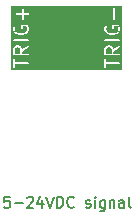
<source format=gbr>
%TF.GenerationSoftware,KiCad,Pcbnew,8.0.7*%
%TF.CreationDate,2025-01-02T16:21:02-05:00*%
%TF.ProjectId,panel1,70616e65-6c31-42e6-9b69-6361645f7063,rev?*%
%TF.SameCoordinates,Original*%
%TF.FileFunction,Legend,Top*%
%TF.FilePolarity,Positive*%
%FSLAX46Y46*%
G04 Gerber Fmt 4.6, Leading zero omitted, Abs format (unit mm)*
G04 Created by KiCad (PCBNEW 8.0.7) date 2025-01-02 16:21:02*
%MOMM*%
%LPD*%
G01*
G04 APERTURE LIST*
%ADD10C,0.130000*%
%ADD11C,0.150000*%
G04 APERTURE END LIST*
D10*
X163485562Y-82236364D02*
X163056990Y-82236364D01*
X163056990Y-82236364D02*
X163014133Y-82664935D01*
X163014133Y-82664935D02*
X163056990Y-82622078D01*
X163056990Y-82622078D02*
X163142705Y-82579221D01*
X163142705Y-82579221D02*
X163356990Y-82579221D01*
X163356990Y-82579221D02*
X163442705Y-82622078D01*
X163442705Y-82622078D02*
X163485562Y-82664935D01*
X163485562Y-82664935D02*
X163528419Y-82750649D01*
X163528419Y-82750649D02*
X163528419Y-82964935D01*
X163528419Y-82964935D02*
X163485562Y-83050649D01*
X163485562Y-83050649D02*
X163442705Y-83093507D01*
X163442705Y-83093507D02*
X163356990Y-83136364D01*
X163356990Y-83136364D02*
X163142705Y-83136364D01*
X163142705Y-83136364D02*
X163056990Y-83093507D01*
X163056990Y-83093507D02*
X163014133Y-83050649D01*
X163914133Y-82793507D02*
X164599848Y-82793507D01*
X164985562Y-82322078D02*
X165028419Y-82279221D01*
X165028419Y-82279221D02*
X165114134Y-82236364D01*
X165114134Y-82236364D02*
X165328419Y-82236364D01*
X165328419Y-82236364D02*
X165414134Y-82279221D01*
X165414134Y-82279221D02*
X165456991Y-82322078D01*
X165456991Y-82322078D02*
X165499848Y-82407792D01*
X165499848Y-82407792D02*
X165499848Y-82493507D01*
X165499848Y-82493507D02*
X165456991Y-82622078D01*
X165456991Y-82622078D02*
X164942705Y-83136364D01*
X164942705Y-83136364D02*
X165499848Y-83136364D01*
X166271277Y-82536364D02*
X166271277Y-83136364D01*
X166056991Y-82193507D02*
X165842705Y-82836364D01*
X165842705Y-82836364D02*
X166399848Y-82836364D01*
X166614134Y-82236364D02*
X166914134Y-83136364D01*
X166914134Y-83136364D02*
X167214134Y-82236364D01*
X167514134Y-83136364D02*
X167514134Y-82236364D01*
X167514134Y-82236364D02*
X167728420Y-82236364D01*
X167728420Y-82236364D02*
X167856991Y-82279221D01*
X167856991Y-82279221D02*
X167942706Y-82364935D01*
X167942706Y-82364935D02*
X167985563Y-82450649D01*
X167985563Y-82450649D02*
X168028420Y-82622078D01*
X168028420Y-82622078D02*
X168028420Y-82750649D01*
X168028420Y-82750649D02*
X167985563Y-82922078D01*
X167985563Y-82922078D02*
X167942706Y-83007792D01*
X167942706Y-83007792D02*
X167856991Y-83093507D01*
X167856991Y-83093507D02*
X167728420Y-83136364D01*
X167728420Y-83136364D02*
X167514134Y-83136364D01*
X168928420Y-83050649D02*
X168885563Y-83093507D01*
X168885563Y-83093507D02*
X168756991Y-83136364D01*
X168756991Y-83136364D02*
X168671277Y-83136364D01*
X168671277Y-83136364D02*
X168542706Y-83093507D01*
X168542706Y-83093507D02*
X168456991Y-83007792D01*
X168456991Y-83007792D02*
X168414134Y-82922078D01*
X168414134Y-82922078D02*
X168371277Y-82750649D01*
X168371277Y-82750649D02*
X168371277Y-82622078D01*
X168371277Y-82622078D02*
X168414134Y-82450649D01*
X168414134Y-82450649D02*
X168456991Y-82364935D01*
X168456991Y-82364935D02*
X168542706Y-82279221D01*
X168542706Y-82279221D02*
X168671277Y-82236364D01*
X168671277Y-82236364D02*
X168756991Y-82236364D01*
X168756991Y-82236364D02*
X168885563Y-82279221D01*
X168885563Y-82279221D02*
X168928420Y-82322078D01*
X169956991Y-83093507D02*
X170042705Y-83136364D01*
X170042705Y-83136364D02*
X170214134Y-83136364D01*
X170214134Y-83136364D02*
X170299848Y-83093507D01*
X170299848Y-83093507D02*
X170342705Y-83007792D01*
X170342705Y-83007792D02*
X170342705Y-82964935D01*
X170342705Y-82964935D02*
X170299848Y-82879221D01*
X170299848Y-82879221D02*
X170214134Y-82836364D01*
X170214134Y-82836364D02*
X170085563Y-82836364D01*
X170085563Y-82836364D02*
X169999848Y-82793507D01*
X169999848Y-82793507D02*
X169956991Y-82707792D01*
X169956991Y-82707792D02*
X169956991Y-82664935D01*
X169956991Y-82664935D02*
X169999848Y-82579221D01*
X169999848Y-82579221D02*
X170085563Y-82536364D01*
X170085563Y-82536364D02*
X170214134Y-82536364D01*
X170214134Y-82536364D02*
X170299848Y-82579221D01*
X170728419Y-83136364D02*
X170728419Y-82536364D01*
X170728419Y-82236364D02*
X170685562Y-82279221D01*
X170685562Y-82279221D02*
X170728419Y-82322078D01*
X170728419Y-82322078D02*
X170771276Y-82279221D01*
X170771276Y-82279221D02*
X170728419Y-82236364D01*
X170728419Y-82236364D02*
X170728419Y-82322078D01*
X171542705Y-82536364D02*
X171542705Y-83264935D01*
X171542705Y-83264935D02*
X171499847Y-83350649D01*
X171499847Y-83350649D02*
X171456990Y-83393507D01*
X171456990Y-83393507D02*
X171371276Y-83436364D01*
X171371276Y-83436364D02*
X171242705Y-83436364D01*
X171242705Y-83436364D02*
X171156990Y-83393507D01*
X171542705Y-83093507D02*
X171456990Y-83136364D01*
X171456990Y-83136364D02*
X171285562Y-83136364D01*
X171285562Y-83136364D02*
X171199847Y-83093507D01*
X171199847Y-83093507D02*
X171156990Y-83050649D01*
X171156990Y-83050649D02*
X171114133Y-82964935D01*
X171114133Y-82964935D02*
X171114133Y-82707792D01*
X171114133Y-82707792D02*
X171156990Y-82622078D01*
X171156990Y-82622078D02*
X171199847Y-82579221D01*
X171199847Y-82579221D02*
X171285562Y-82536364D01*
X171285562Y-82536364D02*
X171456990Y-82536364D01*
X171456990Y-82536364D02*
X171542705Y-82579221D01*
X171971276Y-82536364D02*
X171971276Y-83136364D01*
X171971276Y-82622078D02*
X172014133Y-82579221D01*
X172014133Y-82579221D02*
X172099848Y-82536364D01*
X172099848Y-82536364D02*
X172228419Y-82536364D01*
X172228419Y-82536364D02*
X172314133Y-82579221D01*
X172314133Y-82579221D02*
X172356991Y-82664935D01*
X172356991Y-82664935D02*
X172356991Y-83136364D01*
X173171277Y-83136364D02*
X173171277Y-82664935D01*
X173171277Y-82664935D02*
X173128419Y-82579221D01*
X173128419Y-82579221D02*
X173042705Y-82536364D01*
X173042705Y-82536364D02*
X172871277Y-82536364D01*
X172871277Y-82536364D02*
X172785562Y-82579221D01*
X173171277Y-83093507D02*
X173085562Y-83136364D01*
X173085562Y-83136364D02*
X172871277Y-83136364D01*
X172871277Y-83136364D02*
X172785562Y-83093507D01*
X172785562Y-83093507D02*
X172742705Y-83007792D01*
X172742705Y-83007792D02*
X172742705Y-82922078D01*
X172742705Y-82922078D02*
X172785562Y-82836364D01*
X172785562Y-82836364D02*
X172871277Y-82793507D01*
X172871277Y-82793507D02*
X173085562Y-82793507D01*
X173085562Y-82793507D02*
X173171277Y-82750649D01*
X173728420Y-83136364D02*
X173642705Y-83093507D01*
X173642705Y-83093507D02*
X173599848Y-83007792D01*
X173599848Y-83007792D02*
X173599848Y-82236364D01*
D11*
G36*
X164320434Y-69611150D02*
G01*
X164360365Y-69651081D01*
X164404147Y-69738644D01*
X164404147Y-70103082D01*
X163925575Y-70103082D01*
X163925575Y-69738644D01*
X163969356Y-69651081D01*
X164009288Y-69611150D01*
X164096852Y-69567368D01*
X164232870Y-69567368D01*
X164320434Y-69611150D01*
G37*
G36*
X172048162Y-69611150D02*
G01*
X172088093Y-69651081D01*
X172131875Y-69738644D01*
X172131875Y-70103082D01*
X171653303Y-70103082D01*
X171653303Y-69738644D01*
X171697084Y-69651081D01*
X171737016Y-69611150D01*
X171824580Y-69567368D01*
X171960598Y-69567368D01*
X172048162Y-69611150D01*
G37*
G36*
X172986636Y-71470689D02*
G01*
X163642242Y-71470689D01*
X163642242Y-70578083D01*
X163775575Y-70578083D01*
X163775575Y-71263797D01*
X163777016Y-71278429D01*
X163788215Y-71305465D01*
X163808907Y-71326157D01*
X163835943Y-71337356D01*
X163865207Y-71337356D01*
X163892243Y-71326157D01*
X163912935Y-71305465D01*
X163924134Y-71278429D01*
X163925575Y-71263797D01*
X163925575Y-70995940D01*
X165050575Y-70995940D01*
X165065207Y-70994499D01*
X165092243Y-70983300D01*
X165112935Y-70962608D01*
X165124134Y-70935572D01*
X165124134Y-70906308D01*
X165112935Y-70879272D01*
X165092243Y-70858580D01*
X165065207Y-70847381D01*
X165050575Y-70845940D01*
X163925575Y-70845940D01*
X163925575Y-70578083D01*
X171503303Y-70578083D01*
X171503303Y-71263797D01*
X171504744Y-71278429D01*
X171515943Y-71305465D01*
X171536635Y-71326157D01*
X171563671Y-71337356D01*
X171592935Y-71337356D01*
X171619971Y-71326157D01*
X171640663Y-71305465D01*
X171651862Y-71278429D01*
X171653303Y-71263797D01*
X171653303Y-70995940D01*
X172778303Y-70995940D01*
X172792935Y-70994499D01*
X172819971Y-70983300D01*
X172840663Y-70962608D01*
X172851862Y-70935572D01*
X172851862Y-70906308D01*
X172840663Y-70879272D01*
X172819971Y-70858580D01*
X172792935Y-70847381D01*
X172778303Y-70845940D01*
X171653303Y-70845940D01*
X171653303Y-70578083D01*
X171651862Y-70563451D01*
X171640663Y-70536415D01*
X171619971Y-70515723D01*
X171592935Y-70504524D01*
X171563671Y-70504524D01*
X171536635Y-70515723D01*
X171515943Y-70536415D01*
X171504744Y-70563451D01*
X171503303Y-70578083D01*
X163925575Y-70578083D01*
X163924134Y-70563451D01*
X163912935Y-70536415D01*
X163892243Y-70515723D01*
X163865207Y-70504524D01*
X163835943Y-70504524D01*
X163808907Y-70515723D01*
X163788215Y-70536415D01*
X163777016Y-70563451D01*
X163775575Y-70578083D01*
X163642242Y-70578083D01*
X163642242Y-69720939D01*
X163775575Y-69720939D01*
X163775575Y-70178082D01*
X163777016Y-70192714D01*
X163788215Y-70219750D01*
X163808907Y-70240442D01*
X163835943Y-70251641D01*
X163850575Y-70253082D01*
X165050575Y-70253082D01*
X165065207Y-70251641D01*
X165092243Y-70240442D01*
X165112935Y-70219750D01*
X165124134Y-70192714D01*
X165124134Y-70163450D01*
X165112935Y-70136414D01*
X165092243Y-70115722D01*
X165065207Y-70104523D01*
X165050575Y-70103082D01*
X164554147Y-70103082D01*
X164554147Y-69931416D01*
X164854829Y-69720939D01*
X171503303Y-69720939D01*
X171503303Y-70178082D01*
X171504744Y-70192714D01*
X171515943Y-70219750D01*
X171536635Y-70240442D01*
X171563671Y-70251641D01*
X171578303Y-70253082D01*
X172778303Y-70253082D01*
X172792935Y-70251641D01*
X172819971Y-70240442D01*
X172840663Y-70219750D01*
X172851862Y-70192714D01*
X172851862Y-70163450D01*
X172840663Y-70136414D01*
X172819971Y-70115722D01*
X172792935Y-70104523D01*
X172778303Y-70103082D01*
X172281875Y-70103082D01*
X172281875Y-69931416D01*
X172821313Y-69553810D01*
X172832473Y-69544239D01*
X172848200Y-69519560D01*
X172853285Y-69490743D01*
X172846956Y-69462172D01*
X172830174Y-69438198D01*
X172805495Y-69422471D01*
X172776678Y-69417386D01*
X172748107Y-69423715D01*
X172735293Y-69430926D01*
X172281875Y-69748318D01*
X172281875Y-69720939D01*
X172280434Y-69706307D01*
X172279402Y-69703817D01*
X172279212Y-69701130D01*
X172273957Y-69687398D01*
X172216814Y-69573113D01*
X172212850Y-69566816D01*
X172212092Y-69564986D01*
X172210400Y-69562924D01*
X172208981Y-69560670D01*
X172207485Y-69559373D01*
X172202765Y-69553621D01*
X172145622Y-69496478D01*
X172139870Y-69491757D01*
X172138573Y-69490262D01*
X172136318Y-69488842D01*
X172134257Y-69487151D01*
X172132426Y-69486392D01*
X172126130Y-69482429D01*
X172011844Y-69425286D01*
X171998112Y-69420031D01*
X171995424Y-69419840D01*
X171992935Y-69418809D01*
X171978303Y-69417368D01*
X171806875Y-69417368D01*
X171792243Y-69418809D01*
X171789753Y-69419840D01*
X171787066Y-69420031D01*
X171773334Y-69425286D01*
X171659048Y-69482429D01*
X171652748Y-69486393D01*
X171650921Y-69487151D01*
X171648864Y-69488839D01*
X171646605Y-69490261D01*
X171645305Y-69491759D01*
X171639556Y-69496478D01*
X171582413Y-69553621D01*
X171577692Y-69559372D01*
X171576197Y-69560670D01*
X171574777Y-69562924D01*
X171573086Y-69564986D01*
X171572327Y-69566816D01*
X171568364Y-69573113D01*
X171511221Y-69687398D01*
X171505966Y-69701129D01*
X171505774Y-69703818D01*
X171504744Y-69706307D01*
X171503303Y-69720939D01*
X164854829Y-69720939D01*
X165093585Y-69553810D01*
X165104745Y-69544239D01*
X165120472Y-69519560D01*
X165125557Y-69490743D01*
X165119228Y-69462172D01*
X165102446Y-69438198D01*
X165077767Y-69422471D01*
X165048950Y-69417386D01*
X165020379Y-69423715D01*
X165007565Y-69430926D01*
X164554147Y-69748318D01*
X164554147Y-69720939D01*
X164552706Y-69706307D01*
X164551674Y-69703817D01*
X164551484Y-69701130D01*
X164546229Y-69687398D01*
X164489086Y-69573113D01*
X164485122Y-69566816D01*
X164484364Y-69564986D01*
X164482672Y-69562924D01*
X164481253Y-69560670D01*
X164479757Y-69559373D01*
X164475037Y-69553621D01*
X164417894Y-69496478D01*
X164412142Y-69491757D01*
X164410845Y-69490262D01*
X164408590Y-69488842D01*
X164406529Y-69487151D01*
X164404698Y-69486392D01*
X164398402Y-69482429D01*
X164284116Y-69425286D01*
X164270384Y-69420031D01*
X164267696Y-69419840D01*
X164265207Y-69418809D01*
X164250575Y-69417368D01*
X164079147Y-69417368D01*
X164064515Y-69418809D01*
X164062025Y-69419840D01*
X164059338Y-69420031D01*
X164045606Y-69425286D01*
X163931320Y-69482429D01*
X163925020Y-69486393D01*
X163923193Y-69487151D01*
X163921136Y-69488839D01*
X163918877Y-69490261D01*
X163917577Y-69491759D01*
X163911828Y-69496478D01*
X163854685Y-69553621D01*
X163849964Y-69559372D01*
X163848469Y-69560670D01*
X163847049Y-69562924D01*
X163845358Y-69564986D01*
X163844599Y-69566816D01*
X163840636Y-69573113D01*
X163783493Y-69687398D01*
X163778238Y-69701129D01*
X163778046Y-69703818D01*
X163777016Y-69706307D01*
X163775575Y-69720939D01*
X163642242Y-69720939D01*
X163642242Y-68963450D01*
X163777016Y-68963450D01*
X163777016Y-68992714D01*
X163788215Y-69019750D01*
X163808907Y-69040442D01*
X163835943Y-69051641D01*
X163850575Y-69053082D01*
X165050575Y-69053082D01*
X165065207Y-69051641D01*
X165092243Y-69040442D01*
X165112935Y-69019750D01*
X165124134Y-68992714D01*
X165124134Y-68963450D01*
X171504744Y-68963450D01*
X171504744Y-68992714D01*
X171515943Y-69019750D01*
X171536635Y-69040442D01*
X171563671Y-69051641D01*
X171578303Y-69053082D01*
X172778303Y-69053082D01*
X172792935Y-69051641D01*
X172819971Y-69040442D01*
X172840663Y-69019750D01*
X172851862Y-68992714D01*
X172851862Y-68963450D01*
X172840663Y-68936414D01*
X172819971Y-68915722D01*
X172792935Y-68904523D01*
X172778303Y-68903082D01*
X171578303Y-68903082D01*
X171563671Y-68904523D01*
X171536635Y-68915722D01*
X171515943Y-68936414D01*
X171504744Y-68963450D01*
X165124134Y-68963450D01*
X165112935Y-68936414D01*
X165092243Y-68915722D01*
X165065207Y-68904523D01*
X165050575Y-68903082D01*
X163850575Y-68903082D01*
X163835943Y-68904523D01*
X163808907Y-68915722D01*
X163788215Y-68936414D01*
X163777016Y-68963450D01*
X163642242Y-68963450D01*
X163642242Y-67892368D01*
X163775575Y-67892368D01*
X163775575Y-68063796D01*
X163776304Y-68071201D01*
X163776164Y-68073176D01*
X163776754Y-68075773D01*
X163777016Y-68078428D01*
X163777774Y-68080259D01*
X163779424Y-68087513D01*
X163836567Y-68258942D01*
X163842561Y-68272368D01*
X163844327Y-68274404D01*
X163845358Y-68276893D01*
X163854685Y-68288258D01*
X163968971Y-68402543D01*
X163974720Y-68407261D01*
X163976020Y-68408760D01*
X163978278Y-68410181D01*
X163980337Y-68411871D01*
X163982166Y-68412628D01*
X163988463Y-68416592D01*
X164102749Y-68473735D01*
X164103818Y-68474144D01*
X164104254Y-68474467D01*
X164110399Y-68476662D01*
X164116481Y-68478990D01*
X164117020Y-68479028D01*
X164118100Y-68479414D01*
X164346671Y-68536557D01*
X164349208Y-68536932D01*
X164350229Y-68537355D01*
X164355731Y-68537896D01*
X164361216Y-68538708D01*
X164362311Y-68538544D01*
X164364861Y-68538796D01*
X164536290Y-68538796D01*
X164538843Y-68538544D01*
X164539936Y-68538707D01*
X164545409Y-68537897D01*
X164550922Y-68537355D01*
X164551943Y-68536932D01*
X164554480Y-68536557D01*
X164783052Y-68479414D01*
X164784131Y-68479028D01*
X164784670Y-68478990D01*
X164790745Y-68476665D01*
X164796897Y-68474467D01*
X164797332Y-68474144D01*
X164798402Y-68473735D01*
X164912688Y-68416592D01*
X164918982Y-68412629D01*
X164920814Y-68411871D01*
X164922876Y-68410177D01*
X164925131Y-68408759D01*
X164926427Y-68407263D01*
X164932180Y-68402543D01*
X165046466Y-68288258D01*
X165055793Y-68276893D01*
X165056824Y-68274402D01*
X165058590Y-68272367D01*
X165064584Y-68258942D01*
X165121726Y-68087512D01*
X165123375Y-68080260D01*
X165124134Y-68078428D01*
X165124395Y-68075772D01*
X165124986Y-68073176D01*
X165124845Y-68071201D01*
X165125575Y-68063796D01*
X165125575Y-67949510D01*
X165124845Y-67942104D01*
X165124986Y-67940130D01*
X165124395Y-67937532D01*
X165124134Y-67934878D01*
X165123375Y-67933046D01*
X165121726Y-67925793D01*
X165110584Y-67892368D01*
X171503303Y-67892368D01*
X171503303Y-68063796D01*
X171504032Y-68071201D01*
X171503892Y-68073176D01*
X171504482Y-68075773D01*
X171504744Y-68078428D01*
X171505502Y-68080259D01*
X171507152Y-68087513D01*
X171564295Y-68258942D01*
X171570289Y-68272368D01*
X171572055Y-68274404D01*
X171573086Y-68276893D01*
X171582413Y-68288258D01*
X171696699Y-68402543D01*
X171702448Y-68407261D01*
X171703748Y-68408760D01*
X171706006Y-68410181D01*
X171708065Y-68411871D01*
X171709894Y-68412628D01*
X171716191Y-68416592D01*
X171830477Y-68473735D01*
X171831546Y-68474144D01*
X171831982Y-68474467D01*
X171838127Y-68476662D01*
X171844209Y-68478990D01*
X171844748Y-68479028D01*
X171845828Y-68479414D01*
X172074399Y-68536557D01*
X172076936Y-68536932D01*
X172077957Y-68537355D01*
X172083459Y-68537896D01*
X172088944Y-68538708D01*
X172090039Y-68538544D01*
X172092589Y-68538796D01*
X172264018Y-68538796D01*
X172266571Y-68538544D01*
X172267664Y-68538707D01*
X172273137Y-68537897D01*
X172278650Y-68537355D01*
X172279671Y-68536932D01*
X172282208Y-68536557D01*
X172510780Y-68479414D01*
X172511859Y-68479028D01*
X172512398Y-68478990D01*
X172518473Y-68476665D01*
X172524625Y-68474467D01*
X172525060Y-68474144D01*
X172526130Y-68473735D01*
X172640416Y-68416592D01*
X172646710Y-68412629D01*
X172648542Y-68411871D01*
X172650604Y-68410177D01*
X172652859Y-68408759D01*
X172654155Y-68407263D01*
X172659908Y-68402543D01*
X172774194Y-68288258D01*
X172783521Y-68276893D01*
X172784552Y-68274402D01*
X172786318Y-68272367D01*
X172792312Y-68258942D01*
X172849454Y-68087512D01*
X172851103Y-68080260D01*
X172851862Y-68078428D01*
X172852123Y-68075772D01*
X172852714Y-68073176D01*
X172852573Y-68071201D01*
X172853303Y-68063796D01*
X172853303Y-67949510D01*
X172852573Y-67942104D01*
X172852714Y-67940130D01*
X172852123Y-67937532D01*
X172851862Y-67934878D01*
X172851103Y-67933046D01*
X172849454Y-67925793D01*
X172792312Y-67754365D01*
X172786318Y-67740940D01*
X172784552Y-67738904D01*
X172783521Y-67736414D01*
X172774194Y-67725049D01*
X172717051Y-67667906D01*
X172705686Y-67658579D01*
X172678650Y-67647380D01*
X172664018Y-67645939D01*
X172264018Y-67645939D01*
X172249386Y-67647380D01*
X172222350Y-67658579D01*
X172201658Y-67679271D01*
X172190459Y-67706307D01*
X172189018Y-67720939D01*
X172189018Y-67949510D01*
X172190459Y-67964142D01*
X172201658Y-67991178D01*
X172222350Y-68011870D01*
X172249386Y-68023069D01*
X172278650Y-68023069D01*
X172305686Y-68011870D01*
X172326378Y-67991178D01*
X172337577Y-67964142D01*
X172339018Y-67949510D01*
X172339018Y-67795939D01*
X172632952Y-67795939D01*
X172655608Y-67818595D01*
X172703303Y-67961679D01*
X172703303Y-68051626D01*
X172655608Y-68194710D01*
X172562448Y-68287870D01*
X172466412Y-68335888D01*
X172254784Y-68388796D01*
X172101824Y-68388796D01*
X171890194Y-68335888D01*
X171794158Y-68287870D01*
X171700997Y-68194710D01*
X171653303Y-68051626D01*
X171653303Y-67910073D01*
X171702528Y-67811623D01*
X171707783Y-67797891D01*
X171709857Y-67768701D01*
X171700603Y-67740940D01*
X171681430Y-67718832D01*
X171655255Y-67705745D01*
X171626065Y-67703671D01*
X171598304Y-67712924D01*
X171576197Y-67732098D01*
X171568364Y-67744541D01*
X171511221Y-67858827D01*
X171505966Y-67872559D01*
X171505775Y-67875246D01*
X171504744Y-67877736D01*
X171503303Y-67892368D01*
X165110584Y-67892368D01*
X165064584Y-67754365D01*
X165058590Y-67740940D01*
X165056824Y-67738904D01*
X165055793Y-67736414D01*
X165046466Y-67725049D01*
X164989323Y-67667906D01*
X164977958Y-67658579D01*
X164950922Y-67647380D01*
X164936290Y-67645939D01*
X164536290Y-67645939D01*
X164521658Y-67647380D01*
X164494622Y-67658579D01*
X164473930Y-67679271D01*
X164462731Y-67706307D01*
X164461290Y-67720939D01*
X164461290Y-67949510D01*
X164462731Y-67964142D01*
X164473930Y-67991178D01*
X164494622Y-68011870D01*
X164521658Y-68023069D01*
X164550922Y-68023069D01*
X164577958Y-68011870D01*
X164598650Y-67991178D01*
X164609849Y-67964142D01*
X164611290Y-67949510D01*
X164611290Y-67795939D01*
X164905224Y-67795939D01*
X164927880Y-67818595D01*
X164975575Y-67961679D01*
X164975575Y-68051626D01*
X164927880Y-68194710D01*
X164834720Y-68287870D01*
X164738684Y-68335888D01*
X164527056Y-68388796D01*
X164374096Y-68388796D01*
X164162466Y-68335888D01*
X164066430Y-68287870D01*
X163973269Y-68194710D01*
X163925575Y-68051626D01*
X163925575Y-67910073D01*
X163974800Y-67811623D01*
X163980055Y-67797891D01*
X163982129Y-67768701D01*
X163972875Y-67740940D01*
X163953702Y-67718832D01*
X163927527Y-67705745D01*
X163898337Y-67703671D01*
X163870576Y-67712924D01*
X163848469Y-67732098D01*
X163840636Y-67744541D01*
X163783493Y-67858827D01*
X163778238Y-67872559D01*
X163778047Y-67875246D01*
X163777016Y-67877736D01*
X163775575Y-67892368D01*
X163642242Y-67892368D01*
X163642242Y-66734878D01*
X164062731Y-66734878D01*
X164062731Y-66764142D01*
X164073930Y-66791178D01*
X164094622Y-66811870D01*
X164121658Y-66823069D01*
X164136290Y-66824510D01*
X164518433Y-66824510D01*
X164518433Y-67206653D01*
X164519874Y-67221285D01*
X164531073Y-67248321D01*
X164551765Y-67269013D01*
X164578801Y-67280212D01*
X164608065Y-67280212D01*
X164635101Y-67269013D01*
X164655793Y-67248321D01*
X164666992Y-67221285D01*
X164668433Y-67206653D01*
X164668433Y-66824510D01*
X165050575Y-66824510D01*
X165065207Y-66823069D01*
X165092243Y-66811870D01*
X165112935Y-66791178D01*
X165124134Y-66764142D01*
X165124134Y-66734878D01*
X165112935Y-66707842D01*
X165092243Y-66687150D01*
X165065207Y-66675951D01*
X165050575Y-66674510D01*
X164668433Y-66674510D01*
X164668433Y-66292368D01*
X172246161Y-66292368D01*
X172246161Y-67206653D01*
X172247602Y-67221285D01*
X172258801Y-67248321D01*
X172279493Y-67269013D01*
X172306529Y-67280212D01*
X172335793Y-67280212D01*
X172362829Y-67269013D01*
X172383521Y-67248321D01*
X172394720Y-67221285D01*
X172396161Y-67206653D01*
X172396161Y-66292368D01*
X172394720Y-66277736D01*
X172383521Y-66250700D01*
X172362829Y-66230008D01*
X172335793Y-66218809D01*
X172306529Y-66218809D01*
X172279493Y-66230008D01*
X172258801Y-66250700D01*
X172247602Y-66277736D01*
X172246161Y-66292368D01*
X164668433Y-66292368D01*
X164666992Y-66277736D01*
X164655793Y-66250700D01*
X164635101Y-66230008D01*
X164608065Y-66218809D01*
X164578801Y-66218809D01*
X164551765Y-66230008D01*
X164531073Y-66250700D01*
X164519874Y-66277736D01*
X164518433Y-66292368D01*
X164518433Y-66674510D01*
X164136290Y-66674510D01*
X164121658Y-66675951D01*
X164094622Y-66687150D01*
X164073930Y-66707842D01*
X164062731Y-66734878D01*
X163642242Y-66734878D01*
X163642242Y-66085476D01*
X172986636Y-66085476D01*
X172986636Y-71470689D01*
G37*
M02*

</source>
